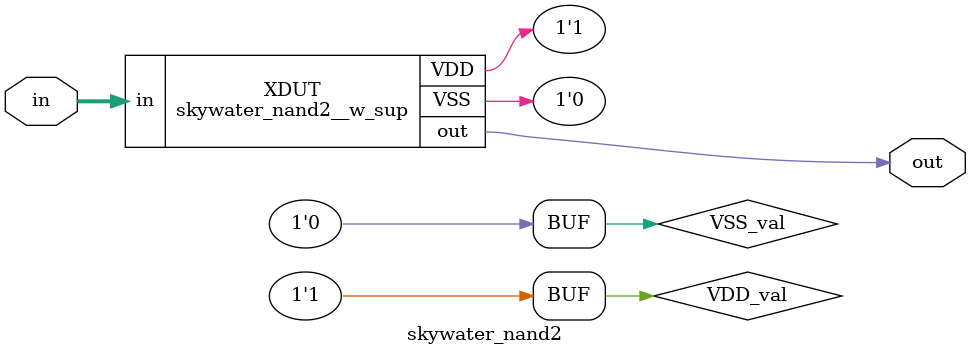
<source format=v>
`timescale 1ps/1ps 


module skywater_nand2__w_sup(
    input  wire [1:0] in,
    output wire out,
    inout  wire VDD,
    inout  wire VSS
);

parameter DELAY = 20;

assign #DELAY out = VSS ? 1'bx : (~VDD ? 1'b0 : ~&in );

endmodule


module skywater_nand2(
    input  wire [1:0] in,
    output wire out
);

wire VDD_val;
wire VSS_val;

assign VDD_val = 1'b1;
assign VSS_val = 1'b0;

skywater_nand2__w_sup XDUT (
    .in( in ),
    .out( out ),
    .VDD( VDD_val ),
    .VSS( VSS_val )
);

endmodule

</source>
